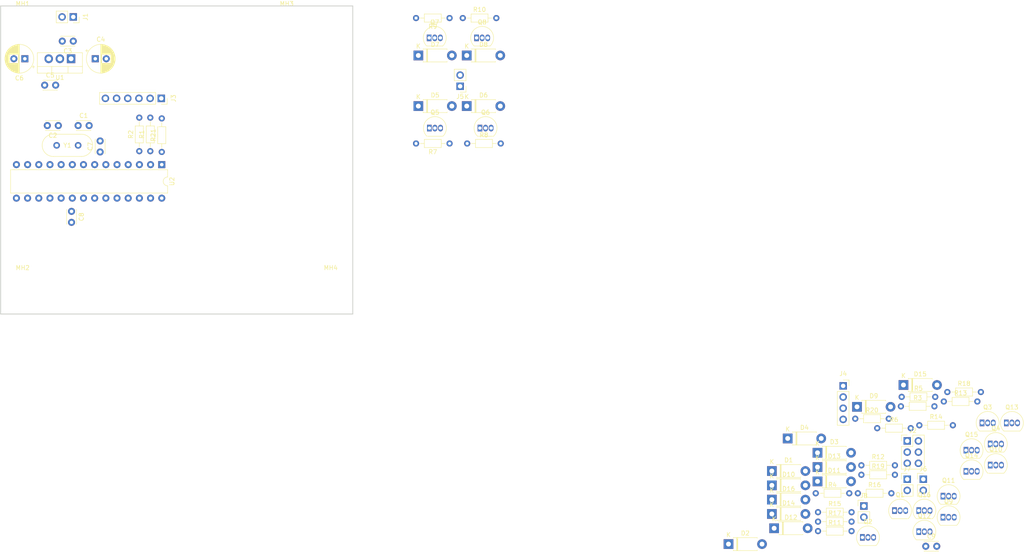
<source format=kicad_pcb>
(kicad_pcb (version 20171130) (host pcbnew "(5.0.0)")
  (layers (0 F.Cu signal) (31 B.Cu signal) (34 B.Paste user) (35 F.Paste user) (36 B.SilkS user) (37 F.SilkS user) (38 B.Mask user) (39 F.Mask user) (44 Edge.Cuts user))
  (net 0 "")
  (net 1 /XTAL1)
  (net 2 GND)
  (net 3 /XTAL2)
  (net 4 "Net-(C3-Pad1)")
  (net 5 +5V)
  (net 6 /MOTOR_H3)
  (net 7 /MOTOR_L3)
  (net 8 /MOTOR_H1)
  (net 9 /MOTOR_L1)
  (net 10 /MOTOR_H2)
  (net 11 /MOTOR_L2)
  (net 12 /MISO)
  (net 13 /SCK)
  (net 14 /~RST)
  (net 15 /MOSI)
  (net 16 "Net-(J3-Pad1)")
  (net 17 "Net-(J3-Pad2)")
  (net 18 "Net-(J3-Pad3)")
  (net 19 "Net-(J3-Pad4)")
  (net 20 "Net-(J3-Pad5)")
  (net 21 "Net-(J4-Pad2)")
  (net 22 "Net-(J4-Pad3)")
  (net 23 /MOTOR_H4)
  (net 24 /MOTOR_L4)
  (net 25 "Net-(Q1-Pad2)")
  (net 26 "Net-(Q2-Pad2)")
  (net 27 "Net-(Q3-Pad2)")
  (net 28 "Net-(Q4-Pad2)")
  (net 29 "Net-(Q5-Pad2)")
  (net 30 "Net-(Q6-Pad2)")
  (net 31 "Net-(Q7-Pad2)")
  (net 32 "Net-(Q8-Pad2)")
  (net 33 "Net-(Q9-Pad2)")
  (net 34 "Net-(Q10-Pad2)")
  (net 35 "Net-(Q11-Pad2)")
  (net 36 "Net-(Q12-Pad2)")
  (net 37 "Net-(Q13-Pad2)")
  (net 38 "Net-(Q14-Pad2)")
  (net 39 "Net-(Q15-Pad2)")
  (net 40 "Net-(Q16-Pad2)")
  (net 41 /RX)
  (net 42 /TX)
  (net 43 /BRIDGE_H3)
  (net 44 /BRIDGE_L3)
  (net 45 /BRIDGE_H1)
  (net 46 /BRIDGE_L1)
  (net 47 /TRIG)
  (net 48 /RET)
  (net 49 /BRIDGE_H4)
  (net 50 /BRIDGE_L4)
  (net 51 /BRIDGE_H2)
  (net 52 /BRIDGE_L2)
  (net 53 "Net-(U2-Pad15)")
  (net 54 "Net-(U2-Pad16)")
  (net 55 "Net-(U2-Pad21)")
  (net 56 "Net-(U2-Pad27)")
  (net 57 "Net-(U2-Pad14)")
  (net 58 "Net-(U2-Pad28)")
  (module Capacitor_THT:C_Disc_D3.0mm_W2.0mm_P2.50mm (layer F.Cu) (at 37.603243 47.175784)
    (fp_text reference C1 (at 1.25 -2.25) (layer F.SilkS))
    (fp_text value 22nF)
    (pad 1 thru_hole circle (at 0 0) (size 1.6 1.6) (drill 0.8) (layers *.Cu *.Mask) (net 1 /XTAL1))
    (pad 2 thru_hole circle (at 2.5 0) (size 1.6 1.6) (drill 0.8) (layers *.Cu *.Mask) (net 2 GND))
  )
  (module Capacitor_THT:C_Disc_D3.0mm_W2.0mm_P2.50mm (layer F.Cu) (at 33.103243 47.175784 180)
    (fp_text reference C2 (at 1.25 -2.25 180) (layer F.SilkS))
    (fp_text value 22nF)
    (pad 1 thru_hole circle (at 0 0 180) (size 1.6 1.6) (drill 0.8) (layers *.Cu *.Mask) (net 3 /XTAL2))
    (pad 2 thru_hole circle (at 2.5 0 180) (size 1.6 1.6) (drill 0.8) (layers *.Cu *.Mask) (net 2 GND))
  )
  (module Capacitor_THT:C_Disc_D3.0mm_W2.0mm_P2.50mm (layer F.Cu) (at 36.5 28 180)
    (fp_text reference C3 (at 1.25 -2.25 180) (layer F.SilkS))
    (fp_text value 100nF)
    (pad 2 thru_hole circle (at 2.5 0 180) (size 1.6 1.6) (drill 0.8) (layers *.Cu *.Mask) (net 2 GND))
    (pad 1 thru_hole circle (at 0 0 180) (size 1.6 1.6) (drill 0.8) (layers *.Cu *.Mask) (net 4 "Net-(C3-Pad1)"))
  )
  (module Capacitor_THT:C_Disc_D3.0mm_W2.0mm_P2.50mm (layer F.Cu) (at 30 38)
    (fp_text reference C5 (at 1.25 -2.25) (layer F.SilkS))
    (fp_text value 100nF)
    (pad 1 thru_hole circle (at 0 0) (size 1.6 1.6) (drill 0.8) (layers *.Cu *.Mask) (net 5 +5V))
    (pad 2 thru_hole circle (at 2.5 0) (size 1.6 1.6) (drill 0.8) (layers *.Cu *.Mask) (net 2 GND))
  )
  (module Capacitor_THT:C_Disc_D3.0mm_W2.0mm_P2.50mm (layer F.Cu) (at 42.603243 53.175784 90)
    (fp_text reference C7 (at 1.25 -2.25 90) (layer F.SilkS))
    (fp_text value 100nF)
    (pad 1 thru_hole circle (at 0 0 90) (size 1.6 1.6) (drill 0.8) (layers *.Cu *.Mask) (net 5 +5V))
    (pad 2 thru_hole circle (at 2.5 0 90) (size 1.6 1.6) (drill 0.8) (layers *.Cu *.Mask) (net 2 GND))
  )
  (module Capacitor_THT:C_Disc_D3.0mm_W2.0mm_P2.50mm (layer F.Cu) (at 36.103243 66.675784 270)
    (fp_text reference C8 (at 1.25 -2.25 270) (layer F.SilkS))
    (fp_text value 100nF)
    (pad 2 thru_hole circle (at 2.5 0 270) (size 1.6 1.6) (drill 0.8) (layers *.Cu *.Mask) (net 2 GND))
    (pad 1 thru_hole circle (at 0 0 270) (size 1.6 1.6) (drill 0.8) (layers *.Cu *.Mask) (net 5 +5V))
  )
  (module Capacitor_THT:C_Disc_D3.0mm_W2.0mm_P2.50mm (layer F.Cu) (at 230.195001 142.765001)
    (fp_text reference C9 (at 1.25 -2.25) (layer F.SilkS))
    (fp_text value 100nF)
    (pad 2 thru_hole circle (at 2.5 0) (size 1.6 1.6) (drill 0.8) (layers *.Cu *.Mask) (net 2 GND))
    (pad 1 thru_hole circle (at 0 0) (size 1.6 1.6) (drill 0.8) (layers *.Cu *.Mask) (net 5 +5V))
  )
  (module Diode_THT:D_DO-41_SOD81_P7.62mm_Horizontal (layer F.Cu) (at 195.225001 125.675001)
    (fp_text reference D1 (at 3.81 -2.47) (layer F.SilkS))
    (fp_text value D)
    (fp_text user K (at 0 -2.1) (layer F.SilkS))
    (pad 2 thru_hole oval (at 7.62 0) (size 2.2 2.2) (drill 1.1) (layers *.Cu *.Mask) (net 6 /MOTOR_H3))
    (pad 1 thru_hole rect (at 0 0) (size 2.2 2.2) (drill 1.1) (layers *.Cu *.Mask) (net 5 +5V))
  )
  (module Diode_THT:D_DO-41_SOD81_P7.62mm_Horizontal (layer F.Cu) (at 185.375001 142.275001)
    (fp_text reference D2 (at 3.81 -2.47) (layer F.SilkS))
    (fp_text value D)
    (fp_text user K (at 0 -2.1) (layer F.SilkS))
    (pad 2 thru_hole oval (at 7.62 0) (size 2.2 2.2) (drill 1.1) (layers *.Cu *.Mask) (net 2 GND))
    (pad 1 thru_hole rect (at 0 0) (size 2.2 2.2) (drill 1.1) (layers *.Cu *.Mask) (net 6 /MOTOR_H3))
  )
  (module Diode_THT:D_DO-41_SOD81_P7.62mm_Horizontal (layer F.Cu) (at 205.595001 121.525001)
    (fp_text reference D3 (at 3.81 -2.47) (layer F.SilkS))
    (fp_text value D)
    (fp_text user K (at 0 -2.1) (layer F.SilkS))
    (pad 2 thru_hole oval (at 7.62 0) (size 2.2 2.2) (drill 1.1) (layers *.Cu *.Mask) (net 7 /MOTOR_L3))
    (pad 1 thru_hole rect (at 0 0) (size 2.2 2.2) (drill 1.1) (layers *.Cu *.Mask) (net 5 +5V))
  )
  (module Diode_THT:D_DO-41_SOD81_P7.62mm_Horizontal (layer F.Cu) (at 198.825001 118.275001)
    (fp_text reference D4 (at 3.81 -2.47) (layer F.SilkS))
    (fp_text value D)
    (fp_text user K (at 0 -2.1) (layer F.SilkS))
    (pad 1 thru_hole rect (at 0 0) (size 2.2 2.2) (drill 1.1) (layers *.Cu *.Mask) (net 7 /MOTOR_L3))
    (pad 2 thru_hole oval (at 7.62 0) (size 2.2 2.2) (drill 1.1) (layers *.Cu *.Mask) (net 2 GND))
  )
  (module Diode_THT:D_DO-41_SOD81_P7.62mm_Horizontal (layer F.Cu) (at 114.899225 42.753914)
    (fp_text reference D5 (at 3.81 -2.47) (layer F.SilkS))
    (fp_text value D)
    (fp_text user K (at 0 -2.1) (layer F.SilkS))
    (pad 2 thru_hole oval (at 7.62 0) (size 2.2 2.2) (drill 1.1) (layers *.Cu *.Mask) (net 8 /MOTOR_H1))
    (pad 1 thru_hole rect (at 0 0) (size 2.2 2.2) (drill 1.1) (layers *.Cu *.Mask) (net 5 +5V))
  )
  (module Diode_THT:D_DO-41_SOD81_P7.62mm_Horizontal (layer F.Cu) (at 125.899225 42.753914)
    (fp_text reference D6 (at 3.81 -2.47) (layer F.SilkS))
    (fp_text value D)
    (fp_text user K (at 0 -2.1) (layer F.SilkS))
    (pad 1 thru_hole rect (at 0 0) (size 2.2 2.2) (drill 1.1) (layers *.Cu *.Mask) (net 8 /MOTOR_H1))
    (pad 2 thru_hole oval (at 7.62 0) (size 2.2 2.2) (drill 1.1) (layers *.Cu *.Mask) (net 2 GND))
  )
  (module Diode_THT:D_DO-41_SOD81_P7.62mm_Horizontal (layer F.Cu) (at 114.899225 31.253914)
    (fp_text reference D7 (at 3.81 -2.47) (layer F.SilkS))
    (fp_text value D)
    (fp_text user K (at 0 -2.1) (layer F.SilkS))
    (pad 1 thru_hole rect (at 0 0) (size 2.2 2.2) (drill 1.1) (layers *.Cu *.Mask) (net 5 +5V))
    (pad 2 thru_hole oval (at 7.62 0) (size 2.2 2.2) (drill 1.1) (layers *.Cu *.Mask) (net 9 /MOTOR_L1))
  )
  (module Diode_THT:D_DO-41_SOD81_P7.62mm_Horizontal (layer F.Cu) (at 125.899225 31.253914)
    (fp_text reference D8 (at 3.81 -2.47) (layer F.SilkS))
    (fp_text value D)
    (fp_text user K (at 0 -2.1) (layer F.SilkS))
    (pad 2 thru_hole oval (at 7.62 0) (size 2.2 2.2) (drill 1.1) (layers *.Cu *.Mask) (net 2 GND))
    (pad 1 thru_hole rect (at 0 0) (size 2.2 2.2) (drill 1.1) (layers *.Cu *.Mask) (net 9 /MOTOR_L1))
  )
  (module Diode_THT:D_DO-41_SOD81_P7.62mm_Horizontal (layer F.Cu) (at 214.575001 111.085001)
    (fp_text reference D9 (at 3.81 -2.47) (layer F.SilkS))
    (fp_text value D)
    (fp_text user K (at 0 -2.1) (layer F.SilkS))
    (pad 1 thru_hole rect (at 0 0) (size 2.2 2.2) (drill 1.1) (layers *.Cu *.Mask) (net 5 +5V))
    (pad 2 thru_hole oval (at 7.62 0) (size 2.2 2.2) (drill 1.1) (layers *.Cu *.Mask) (net 10 /MOTOR_H2))
  )
  (module Diode_THT:D_DO-41_SOD81_P7.62mm_Horizontal (layer F.Cu) (at 195.225001 128.925001)
    (fp_text reference D10 (at 3.81 -2.47) (layer F.SilkS))
    (fp_text value D)
    (fp_text user K (at 0 -2.1) (layer F.SilkS))
    (pad 1 thru_hole rect (at 0 0) (size 2.2 2.2) (drill 1.1) (layers *.Cu *.Mask) (net 10 /MOTOR_H2))
    (pad 2 thru_hole oval (at 7.62 0) (size 2.2 2.2) (drill 1.1) (layers *.Cu *.Mask) (net 2 GND))
  )
  (module Diode_THT:D_DO-41_SOD81_P7.62mm_Horizontal (layer F.Cu) (at 205.595001 128.025001)
    (fp_text reference D11 (at 3.81 -2.47) (layer F.SilkS))
    (fp_text value D)
    (fp_text user K (at 0 -2.1) (layer F.SilkS))
    (pad 2 thru_hole oval (at 7.62 0) (size 2.2 2.2) (drill 1.1) (layers *.Cu *.Mask) (net 11 /MOTOR_L2))
    (pad 1 thru_hole rect (at 0 0) (size 2.2 2.2) (drill 1.1) (layers *.Cu *.Mask) (net 5 +5V))
  )
  (module Diode_THT:D_DO-41_SOD81_P7.62mm_Horizontal (layer F.Cu) (at 195.745001 138.675001)
    (fp_text reference D12 (at 3.81 -2.47) (layer F.SilkS))
    (fp_text value D)
    (fp_text user K (at 0 -2.1) (layer F.SilkS))
    (pad 2 thru_hole oval (at 7.62 0) (size 2.2 2.2) (drill 1.1) (layers *.Cu *.Mask) (net 2 GND))
    (pad 1 thru_hole rect (at 0 0) (size 2.2 2.2) (drill 1.1) (layers *.Cu *.Mask) (net 11 /MOTOR_L2))
  )
  (module Diode_THT:D_DO-41_SOD81_P7.62mm_Horizontal (layer F.Cu) (at 205.595001 124.775001)
    (fp_text reference D13 (at 3.81 -2.47) (layer F.SilkS))
    (fp_text value D)
    (fp_text user K (at 0 -2.1) (layer F.SilkS))
    (pad 1 thru_hole rect (at 0 0) (size 2.2 2.2) (drill 1.1) (layers *.Cu *.Mask) (net 5 +5V))
    (pad 2 thru_hole oval (at 7.62 0) (size 2.2 2.2) (drill 1.1) (layers *.Cu *.Mask) (net 10 /MOTOR_H2))
  )
  (module Diode_THT:D_DO-41_SOD81_P7.62mm_Horizontal (layer F.Cu) (at 195.225001 135.425001)
    (fp_text reference D14 (at 3.81 -2.47) (layer F.SilkS))
    (fp_text value D)
    (fp_text user K (at 0 -2.1) (layer F.SilkS))
    (pad 1 thru_hole rect (at 0 0) (size 2.2 2.2) (drill 1.1) (layers *.Cu *.Mask) (net 10 /MOTOR_H2))
    (pad 2 thru_hole oval (at 7.62 0) (size 2.2 2.2) (drill 1.1) (layers *.Cu *.Mask) (net 2 GND))
  )
  (module Diode_THT:D_DO-41_SOD81_P7.62mm_Horizontal (layer F.Cu) (at 225.125001 106.125001)
    (fp_text reference D15 (at 3.81 -2.47) (layer F.SilkS))
    (fp_text value D)
    (fp_text user K (at 0 -2.1) (layer F.SilkS))
    (pad 1 thru_hole rect (at 0 0) (size 2.2 2.2) (drill 1.1) (layers *.Cu *.Mask) (net 5 +5V))
    (pad 2 thru_hole oval (at 7.62 0) (size 2.2 2.2) (drill 1.1) (layers *.Cu *.Mask) (net 11 /MOTOR_L2))
  )
  (module Diode_THT:D_DO-41_SOD81_P7.62mm_Horizontal (layer F.Cu) (at 195.225001 132.175001)
    (fp_text reference D16 (at 3.81 -2.47) (layer F.SilkS))
    (fp_text value D)
    (fp_text user K (at 0 -2.1) (layer F.SilkS))
    (pad 2 thru_hole oval (at 7.62 0) (size 2.2 2.2) (drill 1.1) (layers *.Cu *.Mask) (net 2 GND))
    (pad 1 thru_hole rect (at 0 0) (size 2.2 2.2) (drill 1.1) (layers *.Cu *.Mask) (net 11 /MOTOR_L2))
  )
  (module Connector_PinHeader_2.54mm:PinHeader_2x03_P2.54mm_Vertical (layer F.Cu) (at 225.985001 118.835001)
    (fp_text reference J2 (at 1.27 -2.33) (layer F.SilkS))
    (fp_text value ICSP)
    (pad 1 thru_hole rect (at 0 0) (size 1.7 1.7) (drill 1) (layers *.Cu *.Mask) (net 12 /MISO))
    (pad 2 thru_hole oval (at 2.54 0) (size 1.7 1.7) (drill 1) (layers *.Cu *.Mask) (net 13 /SCK))
    (pad 3 thru_hole oval (at 0 2.54) (size 1.7 1.7) (drill 1) (layers *.Cu *.Mask) (net 14 /~RST))
    (pad 4 thru_hole oval (at 2.54 2.54) (size 1.7 1.7) (drill 1) (layers *.Cu *.Mask) (net 2 GND))
    (pad 5 thru_hole oval (at 0 5.08) (size 1.7 1.7) (drill 1) (layers *.Cu *.Mask) (net 15 /MOSI))
    (pad 6 thru_hole oval (at 2.54 5.08) (size 1.7 1.7) (drill 1) (layers *.Cu *.Mask) (net 5 +5V))
  )
  (module Connector_PinSocket_2.54mm:PinSocket_1x06_P2.54mm_Vertical (layer F.Cu) (at 56.5 41 270)
    (fp_text reference J3 (at 0 -2.77 270) (layer F.SilkS))
    (fp_text value Serial)
    (pad 1 thru_hole rect (at 0 0 270) (size 1.7 1.7) (drill 1) (layers *.Cu *.Mask) (net 16 "Net-(J3-Pad1)"))
    (pad 2 thru_hole oval (at 0 2.54 270) (size 1.7 1.7) (drill 1) (layers *.Cu *.Mask) (net 17 "Net-(J3-Pad2)"))
    (pad 3 thru_hole oval (at 0 5.08 270) (size 1.7 1.7) (drill 1) (layers *.Cu *.Mask) (net 18 "Net-(J3-Pad3)"))
    (pad 4 thru_hole oval (at 0 7.62 270) (size 1.7 1.7) (drill 1) (layers *.Cu *.Mask) (net 19 "Net-(J3-Pad4)"))
    (pad 5 thru_hole oval (at 0 10.16 270) (size 1.7 1.7) (drill 1) (layers *.Cu *.Mask) (net 20 "Net-(J3-Pad5)"))
    (pad 6 thru_hole oval (at 0 12.7 270) (size 1.7 1.7) (drill 1) (layers *.Cu *.Mask) (net 2 GND))
  )
  (module Connector_PinSocket_2.54mm:PinSocket_1x04_P2.54mm_Vertical (layer F.Cu) (at 211.425001 106.325001)
    (fp_text reference J4 (at 0 -2.77) (layer F.SilkS))
    (fp_text value HC-04)
    (pad 1 thru_hole rect (at 0 0) (size 1.7 1.7) (drill 1) (layers *.Cu *.Mask) (net 5 +5V))
    (pad 2 thru_hole oval (at 0 2.54) (size 1.7 1.7) (drill 1) (layers *.Cu *.Mask) (net 21 "Net-(J4-Pad2)"))
    (pad 3 thru_hole oval (at 0 5.08) (size 1.7 1.7) (drill 1) (layers *.Cu *.Mask) (net 22 "Net-(J4-Pad3)"))
    (pad 4 thru_hole oval (at 0 7.62) (size 1.7 1.7) (drill 1) (layers *.Cu *.Mask) (net 2 GND))
  )
  (module Connector_PinHeader_2.54mm:PinHeader_1x02_P2.54mm_Vertical (layer F.Cu) (at 124.399225 38.253914 180)
    (fp_text reference J5 (at 0 -2.33 180) (layer F.SilkS))
    (fp_text value "MOTOR 1")
    (pad 1 thru_hole rect (at 0 0 180) (size 1.7 1.7) (drill 1) (layers *.Cu *.Mask) (net 8 /MOTOR_H1))
    (pad 2 thru_hole oval (at 0 2.54 180) (size 1.7 1.7) (drill 1) (layers *.Cu *.Mask) (net 9 /MOTOR_L1))
  )
  (module Connector_PinHeader_2.54mm:PinHeader_1x02_P2.54mm_Vertical (layer F.Cu) (at 229.635001 127.535001)
    (fp_text reference J6 (at 0 -2.33) (layer F.SilkS))
    (fp_text value "MOTOR 4")
    (pad 2 thru_hole oval (at 0 2.54) (size 1.7 1.7) (drill 1) (layers *.Cu *.Mask) (net 7 /MOTOR_L3))
    (pad 1 thru_hole rect (at 0 0) (size 1.7 1.7) (drill 1) (layers *.Cu *.Mask) (net 6 /MOTOR_H3))
  )
  (module Connector_PinHeader_2.54mm:PinHeader_1x02_P2.54mm_Vertical (layer F.Cu) (at 225.985001 127.535001)
    (fp_text reference J7 (at 0 -2.33) (layer F.SilkS))
    (fp_text value "MOTOR 3")
    (pad 1 thru_hole rect (at 0 0) (size 1.7 1.7) (drill 1) (layers *.Cu *.Mask) (net 23 /MOTOR_H4))
    (pad 2 thru_hole oval (at 0 2.54) (size 1.7 1.7) (drill 1) (layers *.Cu *.Mask) (net 24 /MOTOR_L4))
  )
  (module Connector_PinHeader_2.54mm:PinHeader_1x02_P2.54mm_Vertical (layer F.Cu) (at 216.135001 133.625001)
    (fp_text reference J8 (at 0 -2.33) (layer F.SilkS))
    (fp_text value "MOTOR 2")
    (pad 1 thru_hole rect (at 0 0) (size 1.7 1.7) (drill 1) (layers *.Cu *.Mask) (net 8 /MOTOR_H1))
    (pad 2 thru_hole oval (at 0 2.54) (size 1.7 1.7) (drill 1) (layers *.Cu *.Mask) (net 9 /MOTOR_L1))
  )
  (module Package_TO_SOT_THT:TO-92_Inline (layer F.Cu) (at 223.095001 134.665001)
    (fp_text reference Q1 (at 1.27 -3.56) (layer F.SilkS))
    (fp_text value BC337)
    (pad 2 thru_hole oval (at 1.27 0) (size 1.05 1.5) (drill 0.75) (layers *.Cu *.Mask) (net 25 "Net-(Q1-Pad2)"))
    (pad 3 thru_hole oval (at 2.54 0) (size 1.05 1.5) (drill 0.75) (layers *.Cu *.Mask) (net 6 /MOTOR_H3))
    (pad 1 thru_hole rect (at 0 0) (size 1.05 1.5) (drill 0.75) (layers *.Cu *.Mask) (net 5 +5V))
  )
  (module Package_TO_SOT_THT:TO-92_Inline (layer F.Cu) (at 215.795001 140.755001)
    (fp_text reference Q2 (at 1.27 -3.56) (layer F.SilkS))
    (fp_text value BC337)
    (pad 1 thru_hole rect (at 0 0) (size 1.05 1.5) (drill 0.75) (layers *.Cu *.Mask) (net 6 /MOTOR_H3))
    (pad 3 thru_hole oval (at 2.54 0) (size 1.05 1.5) (drill 0.75) (layers *.Cu *.Mask) (net 2 GND))
    (pad 2 thru_hole oval (at 1.27 0) (size 1.05 1.5) (drill 0.75) (layers *.Cu *.Mask) (net 26 "Net-(Q2-Pad2)"))
  )
  (module Package_TO_SOT_THT:TO-92_Inline (layer F.Cu) (at 242.985001 114.745001)
    (fp_text reference Q3 (at 1.27 -3.56) (layer F.SilkS))
    (fp_text value BC337)
    (pad 2 thru_hole oval (at 1.27 0) (size 1.05 1.5) (drill 0.75) (layers *.Cu *.Mask) (net 27 "Net-(Q3-Pad2)"))
    (pad 3 thru_hole oval (at 2.54 0) (size 1.05 1.5) (drill 0.75) (layers *.Cu *.Mask) (net 7 /MOTOR_L3))
    (pad 1 thru_hole rect (at 0 0) (size 1.05 1.5) (drill 0.75) (layers *.Cu *.Mask) (net 5 +5V))
  )
  (module Package_TO_SOT_THT:TO-92_Inline (layer F.Cu) (at 244.845001 119.535001)
    (fp_text reference Q4 (at 1.27 -3.56) (layer F.SilkS))
    (fp_text value BC337)
    (pad 1 thru_hole rect (at 0 0) (size 1.05 1.5) (drill 0.75) (layers *.Cu *.Mask) (net 7 /MOTOR_L3))
    (pad 3 thru_hole oval (at 2.54 0) (size 1.05 1.5) (drill 0.75) (layers *.Cu *.Mask) (net 2 GND))
    (pad 2 thru_hole oval (at 1.27 0) (size 1.05 1.5) (drill 0.75) (layers *.Cu *.Mask) (net 28 "Net-(Q4-Pad2)"))
  )
  (module Package_TO_SOT_THT:TO-92_Inline (layer F.Cu) (at 117.399225 47.753914)
    (fp_text reference Q5 (at 1.27 -3.56) (layer F.SilkS))
    (fp_text value BC337)
    (pad 1 thru_hole rect (at 0 0) (size 1.05 1.5) (drill 0.75) (layers *.Cu *.Mask) (net 5 +5V))
    (pad 3 thru_hole oval (at 2.54 0) (size 1.05 1.5) (drill 0.75) (layers *.Cu *.Mask) (net 8 /MOTOR_H1))
    (pad 2 thru_hole oval (at 1.27 0) (size 1.05 1.5) (drill 0.75) (layers *.Cu *.Mask) (net 29 "Net-(Q5-Pad2)"))
  )
  (module Package_TO_SOT_THT:TO-92_Inline (layer F.Cu) (at 128.899225 47.753914)
    (fp_text reference Q6 (at 1.27 -3.56) (layer F.SilkS))
    (fp_text value BC337)
    (pad 2 thru_hole oval (at 1.27 0) (size 1.05 1.5) (drill 0.75) (layers *.Cu *.Mask) (net 30 "Net-(Q6-Pad2)"))
    (pad 3 thru_hole oval (at 2.54 0) (size 1.05 1.5) (drill 0.75) (layers *.Cu *.Mask) (net 2 GND))
    (pad 1 thru_hole rect (at 0 0) (size 1.05 1.5) (drill 0.75) (layers *.Cu *.Mask) (net 8 /MOTOR_H1))
  )
  (module Package_TO_SOT_THT:TO-92_Inline (layer F.Cu) (at 117.359225 27.253914)
    (fp_text reference Q7 (at 1.27 -3.56) (layer F.SilkS))
    (fp_text value BC337)
    (pad 2 thru_hole oval (at 1.27 0) (size 1.05 1.5) (drill 0.75) (layers *.Cu *.Mask) (net 31 "Net-(Q7-Pad2)"))
    (pad 3 thru_hole oval (at 2.54 0) (size 1.05 1.5) (drill 0.75) (layers *.Cu *.Mask) (net 9 /MOTOR_L1))
    (pad 1 thru_hole rect (at 0 0) (size 1.05 1.5) (drill 0.75) (layers *.Cu *.Mask) (net 5 +5V))
  )
  (module Package_TO_SOT_THT:TO-92_Inline (layer F.Cu) (at 128.129225 27.253914)
    (fp_text reference Q8 (at 1.27 -3.56) (layer F.SilkS))
    (fp_text value BC337)
    (pad 2 thru_hole oval (at 1.27 0) (size 1.05 1.5) (drill 0.75) (layers *.Cu *.Mask) (net 32 "Net-(Q8-Pad2)"))
    (pad 3 thru_hole oval (at 2.54 0) (size 1.05 1.5) (drill 0.75) (layers *.Cu *.Mask) (net 2 GND))
    (pad 1 thru_hole rect (at 0 0) (size 1.05 1.5) (drill 0.75) (layers *.Cu *.Mask) (net 9 /MOTOR_L1))
  )
  (module Package_TO_SOT_THT:TO-92_Inline (layer F.Cu) (at 234.115001 136.175001)
    (fp_text reference Q9 (at 1.27 -3.56) (layer F.SilkS))
    (fp_text value BC337)
    (pad 2 thru_hole oval (at 1.27 0) (size 1.05 1.5) (drill 0.75) (layers *.Cu *.Mask) (net 33 "Net-(Q9-Pad2)"))
    (pad 3 thru_hole oval (at 2.54 0) (size 1.05 1.5) (drill 0.75) (layers *.Cu *.Mask) (net 10 /MOTOR_H2))
    (pad 1 thru_hole rect (at 0 0) (size 1.05 1.5) (drill 0.75) (layers *.Cu *.Mask) (net 5 +5V))
  )
  (module Package_TO_SOT_THT:TO-92_Inline (layer F.Cu) (at 244.845001 124.325001)
    (fp_text reference Q10 (at 1.27 -3.56) (layer F.SilkS))
    (fp_text value BC337)
    (pad 1 thru_hole rect (at 0 0) (size 1.05 1.5) (drill 0.75) (layers *.Cu *.Mask) (net 10 /MOTOR_H2))
    (pad 3 thru_hole oval (at 2.54 0) (size 1.05 1.5) (drill 0.75) (layers *.Cu *.Mask) (net 2 GND))
    (pad 2 thru_hole oval (at 1.27 0) (size 1.05 1.5) (drill 0.75) (layers *.Cu *.Mask) (net 34 "Net-(Q10-Pad2)"))
  )
  (module Package_TO_SOT_THT:TO-92_Inline (layer F.Cu) (at 234.115001 131.385001)
    (fp_text reference Q11 (at 1.27 -3.56) (layer F.SilkS))
    (fp_text value BC337)
    (pad 2 thru_hole oval (at 1.27 0) (size 1.05 1.5) (drill 0.75) (layers *.Cu *.Mask) (net 35 "Net-(Q11-Pad2)"))
    (pad 3 thru_hole oval (at 2.54 0) (size 1.05 1.5) (drill 0.75) (layers *.Cu *.Mask) (net 11 /MOTOR_L2))
    (pad 1 thru_hole rect (at 0 0) (size 1.05 1.5) (drill 0.75) (layers *.Cu *.Mask) (net 5 +5V))
  )
  (module Package_TO_SOT_THT:TO-92_Inline (layer F.Cu) (at 228.605001 139.455001)
    (fp_text reference Q12 (at 1.27 -3.56) (layer F.SilkS))
    (fp_text value BC337)
    (pad 1 thru_hole rect (at 0 0) (size 1.05 1.5) (drill 0.75) (layers *.Cu *.Mask) (net 11 /MOTOR_L2))
    (pad 3 thru_hole oval (at 2.54 0) (size 1.05 1.5) (drill 0.75) (layers *.Cu *.Mask) (net 2 GND))
    (pad 2 thru_hole oval (at 1.27 0) (size 1.05 1.5) (drill 0.75) (layers *.Cu *.Mask) (net 36 "Net-(Q12-Pad2)"))
  )
  (module Package_TO_SOT_THT:TO-92_Inline (layer F.Cu) (at 248.495001 114.745001)
    (fp_text reference Q13 (at 1.27 -3.56) (layer F.SilkS))
    (fp_text value BC337)
    (pad 1 thru_hole rect (at 0 0) (size 1.05 1.5) (drill 0.75) (layers *.Cu *.Mask) (net 5 +5V))
    (pad 3 thru_hole oval (at 2.54 0) (size 1.05 1.5) (drill 0.75) (layers *.Cu *.Mask) (net 10 /MOTOR_H2))
    (pad 2 thru_hole oval (at 1.27 0) (size 1.05 1.5) (drill 0.75) (layers *.Cu *.Mask) (net 37 "Net-(Q13-Pad2)"))
  )
  (module Package_TO_SOT_THT:TO-92_Inline (layer F.Cu) (at 239.335001 125.735001)
    (fp_text reference Q14 (at 1.27 -3.56) (layer F.SilkS))
    (fp_text value BC337)
    (pad 1 thru_hole rect (at 0 0) (size 1.05 1.5) (drill 0.75) (layers *.Cu *.Mask) (net 10 /MOTOR_H2))
    (pad 3 thru_hole oval (at 2.54 0) (size 1.05 1.5) (drill 0.75) (layers *.Cu *.Mask) (net 2 GND))
    (pad 2 thru_hole oval (at 1.27 0) (size 1.05 1.5) (drill 0.75) (layers *.Cu *.Mask) (net 38 "Net-(Q14-Pad2)"))
  )
  (module Package_TO_SOT_THT:TO-92_Inline (layer F.Cu) (at 239.335001 120.945001)
    (fp_text reference Q15 (at 1.27 -3.56) (layer F.SilkS))
    (fp_text value BC337)
    (pad 1 thru_hole rect (at 0 0) (size 1.05 1.5) (drill 0.75) (layers *.Cu *.Mask) (net 5 +5V))
    (pad 3 thru_hole oval (at 2.54 0) (size 1.05 1.5) (drill 0.75) (layers *.Cu *.Mask) (net 11 /MOTOR_L2))
    (pad 2 thru_hole oval (at 1.27 0) (size 1.05 1.5) (drill 0.75) (layers *.Cu *.Mask) (net 39 "Net-(Q15-Pad2)"))
  )
  (module Package_TO_SOT_THT:TO-92_Inline (layer F.Cu) (at 228.605001 134.665001)
    (fp_text reference Q16 (at 1.27 -3.56) (layer F.SilkS))
    (fp_text value BC337)
    (pad 2 thru_hole oval (at 1.27 0) (size 1.05 1.5) (drill 0.75) (layers *.Cu *.Mask) (net 40 "Net-(Q16-Pad2)"))
    (pad 3 thru_hole oval (at 2.54 0) (size 1.05 1.5) (drill 0.75) (layers *.Cu *.Mask) (net 2 GND))
    (pad 1 thru_hole rect (at 0 0) (size 1.05 1.5) (drill 0.75) (layers *.Cu *.Mask) (net 11 /MOTOR_L2))
  )
  (module Resistor_THT:R_Axial_DIN0204_L3.6mm_D1.6mm_P7.62mm_Horizontal (layer F.Cu) (at 54 53 90)
    (fp_text reference R1 (at 3.81 -1.92 90) (layer F.SilkS))
    (fp_text value 1k)
    (pad 1 thru_hole circle (at 0 0 90) (size 1.4 1.4) (drill 0.7) (layers *.Cu *.Mask) (net 41 /RX))
    (pad 2 thru_hole oval (at 7.62 0 90) (size 1.4 1.4) (drill 0.7) (layers *.Cu *.Mask) (net 17 "Net-(J3-Pad2)"))
  )
  (module Resistor_THT:R_Axial_DIN0204_L3.6mm_D1.6mm_P7.62mm_Horizontal (layer F.Cu) (at 51.5 53 90)
    (fp_text reference R2 (at 3.81 -1.92 90) (layer F.SilkS))
    (fp_text value 1k)
    (pad 2 thru_hole oval (at 7.62 0 90) (size 1.4 1.4) (drill 0.7) (layers *.Cu *.Mask) (net 18 "Net-(J3-Pad3)"))
    (pad 1 thru_hole circle (at 0 0 90) (size 1.4 1.4) (drill 0.7) (layers *.Cu *.Mask) (net 42 /TX))
  )
  (module Resistor_THT:R_Axial_DIN0204_L3.6mm_D1.6mm_P7.62mm_Horizontal (layer F.Cu) (at 224.545001 110.975001)
    (fp_text reference R3 (at 3.81 -1.92) (layer F.SilkS))
    (fp_text value 1k)
    (pad 1 thru_hole circle (at 0 0) (size 1.4 1.4) (drill 0.7) (layers *.Cu *.Mask) (net 25 "Net-(Q1-Pad2)"))
    (pad 2 thru_hole oval (at 7.62 0) (size 1.4 1.4) (drill 0.7) (layers *.Cu *.Mask) (net 43 /BRIDGE_H3))
  )
  (module Resistor_THT:R_Axial_DIN0204_L3.6mm_D1.6mm_P7.62mm_Horizontal (layer F.Cu) (at 205.195001 130.725001)
    (fp_text reference R4 (at 3.81 -1.92) (layer F.SilkS))
    (fp_text value 1k)
    (pad 2 thru_hole oval (at 7.62 0) (size 1.4 1.4) (drill 0.7) (layers *.Cu *.Mask) (net 44 /BRIDGE_L3))
    (pad 1 thru_hole circle (at 0 0) (size 1.4 1.4) (drill 0.7) (layers *.Cu *.Mask) (net 26 "Net-(Q2-Pad2)"))
  )
  (module Resistor_THT:R_Axial_DIN0204_L3.6mm_D1.6mm_P7.62mm_Horizontal (layer F.Cu) (at 224.725001 108.825001)
    (fp_text reference R5 (at 3.81 -1.92) (layer F.SilkS))
    (fp_text value 1k)
    (pad 1 thru_hole circle (at 0 0) (size 1.4 1.4) (drill 0.7) (layers *.Cu *.Mask) (net 27 "Net-(Q3-Pad2)"))
    (pad 2 thru_hole oval (at 7.62 0) (size 1.4 1.4) (drill 0.7) (layers *.Cu *.Mask) (net 44 /BRIDGE_L3))
  )
  (module Resistor_THT:R_Axial_DIN0204_L3.6mm_D1.6mm_P7.62mm_Horizontal (layer F.Cu) (at 219.165001 115.935001)
    (fp_text reference R6 (at 3.81 -1.92) (layer F.SilkS))
    (fp_text value 1k)
    (pad 1 thru_hole circle (at 0 0) (size 1.4 1.4) (drill 0.7) (layers *.Cu *.Mask) (net 28 "Net-(Q4-Pad2)"))
    (pad 2 thru_hole oval (at 7.62 0) (size 1.4 1.4) (drill 0.7) (layers *.Cu *.Mask) (net 43 /BRIDGE_H3))
  )
  (module Resistor_THT:R_Axial_DIN0204_L3.6mm_D1.6mm_P7.62mm_Horizontal (layer F.Cu) (at 122 51.253914 180)
    (fp_text reference R7 (at 3.81 -1.92 180) (layer F.SilkS))
    (fp_text value 1k)
    (pad 2 thru_hole oval (at 7.62 0 180) (size 1.4 1.4) (drill 0.7) (layers *.Cu *.Mask) (net 45 /BRIDGE_H1))
    (pad 1 thru_hole circle (at 0 0 180) (size 1.4 1.4) (drill 0.7) (layers *.Cu *.Mask) (net 29 "Net-(Q5-Pad2)"))
  )
  (module Resistor_THT:R_Axial_DIN0204_L3.6mm_D1.6mm_P7.62mm_Horizontal (layer F.Cu) (at 126 51.253914)
    (fp_text reference R8 (at 3.81 -1.92) (layer F.SilkS))
    (fp_text value 1k)
    (pad 1 thru_hole circle (at 0 0) (size 1.4 1.4) (drill 0.7) (layers *.Cu *.Mask) (net 30 "Net-(Q6-Pad2)"))
    (pad 2 thru_hole oval (at 7.62 0) (size 1.4 1.4) (drill 0.7) (layers *.Cu *.Mask) (net 46 /BRIDGE_L1))
  )
  (module Resistor_THT:R_Axial_DIN0204_L3.6mm_D1.6mm_P7.62mm_Horizontal (layer F.Cu) (at 122 22.753914 180)
    (fp_text reference R9 (at 3.81 -1.92 180) (layer F.SilkS))
    (fp_text value 1k)
    (pad 2 thru_hole oval (at 7.62 0 180) (size 1.4 1.4) (drill 0.7) (layers *.Cu *.Mask) (net 46 /BRIDGE_L1))
    (pad 1 thru_hole circle (at 0 0 180) (size 1.4 1.4) (drill 0.7) (layers *.Cu *.Mask) (net 31 "Net-(Q7-Pad2)"))
  )
  (module Resistor_THT:R_Axial_DIN0204_L3.6mm_D1.6mm_P7.62mm_Horizontal (layer F.Cu) (at 125 22.753914)
    (fp_text reference R10 (at 3.81 -1.92) (layer F.SilkS))
    (fp_text value 1k)
    (pad 1 thru_hole circle (at 0 0) (size 1.4 1.4) (drill 0.7) (layers *.Cu *.Mask) (net 32 "Net-(Q8-Pad2)"))
    (pad 2 thru_hole oval (at 7.62 0) (size 1.4 1.4) (drill 0.7) (layers *.Cu *.Mask) (net 45 /BRIDGE_H1))
  )
  (module Resistor_THT:R_Axial_DIN0204_L3.6mm_D1.6mm_P7.62mm_Horizontal (layer F.Cu) (at 205.715001 139.325001)
    (fp_text reference R11 (at 3.81 -1.92) (layer F.SilkS))
    (fp_text value 1k)
    (pad 1 thru_hole circle (at 0 0) (size 1.4 1.4) (drill 0.7) (layers *.Cu *.Mask) (net 21 "Net-(J4-Pad2)"))
    (pad 2 thru_hole oval (at 7.62 0) (size 1.4 1.4) (drill 0.7) (layers *.Cu *.Mask) (net 47 /TRIG))
  )
  (module Resistor_THT:R_Axial_DIN0204_L3.6mm_D1.6mm_P7.62mm_Horizontal (layer F.Cu) (at 215.565001 124.375001)
    (fp_text reference R12 (at 3.81 -1.92) (layer F.SilkS))
    (fp_text value 1k)
    (pad 2 thru_hole oval (at 7.62 0) (size 1.4 1.4) (drill 0.7) (layers *.Cu *.Mask) (net 48 /RET))
    (pad 1 thru_hole circle (at 0 0) (size 1.4 1.4) (drill 0.7) (layers *.Cu *.Mask) (net 22 "Net-(J4-Pad3)"))
  )
  (module Resistor_THT:R_Axial_DIN0204_L3.6mm_D1.6mm_P7.62mm_Horizontal (layer F.Cu) (at 234.295001 109.875001)
    (fp_text reference R13 (at 3.81 -1.92) (layer F.SilkS))
    (fp_text value 1k)
    (pad 1 thru_hole circle (at 0 0) (size 1.4 1.4) (drill 0.7) (layers *.Cu *.Mask) (net 33 "Net-(Q9-Pad2)"))
    (pad 2 thru_hole oval (at 7.62 0) (size 1.4 1.4) (drill 0.7) (layers *.Cu *.Mask) (net 49 /BRIDGE_H4))
  )
  (module Resistor_THT:R_Axial_DIN0204_L3.6mm_D1.6mm_P7.62mm_Horizontal (layer F.Cu) (at 228.735001 115.275001)
    (fp_text reference R14 (at 3.81 -1.92) (layer F.SilkS))
    (fp_text value 1k)
    (pad 2 thru_hole oval (at 7.62 0) (size 1.4 1.4) (drill 0.7) (layers *.Cu *.Mask) (net 50 /BRIDGE_L4))
    (pad 1 thru_hole circle (at 0 0) (size 1.4 1.4) (drill 0.7) (layers *.Cu *.Mask) (net 34 "Net-(Q10-Pad2)"))
  )
  (module Resistor_THT:R_Axial_DIN0204_L3.6mm_D1.6mm_P7.62mm_Horizontal (layer F.Cu) (at 205.715001 135.025001)
    (fp_text reference R15 (at 3.81 -1.92) (layer F.SilkS))
    (fp_text value 1k)
    (pad 1 thru_hole circle (at 0 0) (size 1.4 1.4) (drill 0.7) (layers *.Cu *.Mask) (net 35 "Net-(Q11-Pad2)"))
    (pad 2 thru_hole oval (at 7.62 0) (size 1.4 1.4) (drill 0.7) (layers *.Cu *.Mask) (net 50 /BRIDGE_L4))
  )
  (module Resistor_THT:R_Axial_DIN0204_L3.6mm_D1.6mm_P7.62mm_Horizontal (layer F.Cu) (at 214.765001 130.725001)
    (fp_text reference R16 (at 3.81 -1.92) (layer F.SilkS))
    (fp_text value 1k)
    (pad 2 thru_hole oval (at 7.62 0) (size 1.4 1.4) (drill 0.7) (layers *.Cu *.Mask) (net 49 /BRIDGE_H4))
    (pad 1 thru_hole circle (at 0 0) (size 1.4 1.4) (drill 0.7) (layers *.Cu *.Mask) (net 36 "Net-(Q12-Pad2)"))
  )
  (module Resistor_THT:R_Axial_DIN0204_L3.6mm_D1.6mm_P7.62mm_Horizontal (layer F.Cu) (at 205.715001 137.175001)
    (fp_text reference R17 (at 3.81 -1.92) (layer F.SilkS))
    (fp_text value 1k)
    (pad 2 thru_hole oval (at 7.62 0) (size 1.4 1.4) (drill 0.7) (layers *.Cu *.Mask) (net 51 /BRIDGE_H2))
    (pad 1 thru_hole circle (at 0 0) (size 1.4 1.4) (drill 0.7) (layers *.Cu *.Mask) (net 37 "Net-(Q13-Pad2)"))
  )
  (module Resistor_THT:R_Axial_DIN0204_L3.6mm_D1.6mm_P7.62mm_Horizontal (layer F.Cu) (at 235.095001 107.725001)
    (fp_text reference R18 (at 3.81 -1.92) (layer F.SilkS))
    (fp_text value 1k)
    (pad 1 thru_hole circle (at 0 0) (size 1.4 1.4) (drill 0.7) (layers *.Cu *.Mask) (net 38 "Net-(Q14-Pad2)"))
    (pad 2 thru_hole oval (at 7.62 0) (size 1.4 1.4) (drill 0.7) (layers *.Cu *.Mask) (net 52 /BRIDGE_L2))
  )
  (module Resistor_THT:R_Axial_DIN0204_L3.6mm_D1.6mm_P7.62mm_Horizontal (layer F.Cu) (at 215.565001 126.525001)
    (fp_text reference R19 (at 3.81 -1.92) (layer F.SilkS))
    (fp_text value 1k)
    (pad 2 thru_hole oval (at 7.62 0) (size 1.4 1.4) (drill 0.7) (layers *.Cu *.Mask) (net 52 /BRIDGE_L2))
    (pad 1 thru_hole circle (at 0 0) (size 1.4 1.4) (drill 0.7) (layers *.Cu *.Mask) (net 39 "Net-(Q15-Pad2)"))
  )
  (module Resistor_THT:R_Axial_DIN0204_L3.6mm_D1.6mm_P7.62mm_Horizontal (layer F.Cu) (at 214.175001 113.785001)
    (fp_text reference R20 (at 3.81 -1.92) (layer F.SilkS))
    (fp_text value 1k)
    (pad 2 thru_hole oval (at 7.62 0) (size 1.4 1.4) (drill 0.7) (layers *.Cu *.Mask) (net 51 /BRIDGE_H2))
    (pad 1 thru_hole circle (at 0 0) (size 1.4 1.4) (drill 0.7) (layers *.Cu *.Mask) (net 40 "Net-(Q16-Pad2)"))
  )
  (module Package_TO_SOT_THT:TO-220-3_Vertical (layer F.Cu) (at 36 32 180)
    (fp_text reference U1 (at 2.54 -4.27 180) (layer F.SilkS))
    (fp_text value L7805)
    (pad 1 thru_hole rect (at 0 0 180) (size 1.905 2) (drill 1.1) (layers *.Cu *.Mask) (net 4 "Net-(C3-Pad1)"))
    (pad 2 thru_hole oval (at 2.54 0 180) (size 1.905 2) (drill 1.1) (layers *.Cu *.Mask) (net 2 GND))
    (pad 3 thru_hole oval (at 5.08 0 180) (size 1.905 2) (drill 1.1) (layers *.Cu *.Mask) (net 5 +5V))
  )
  (module Package_DIP:DIP-28_W7.62mm (layer F.Cu) (at 56.603243 56.055784 270)
    (fp_text reference U2 (at 3.81 -2.33 270) (layer F.SilkS))
    (fp_text value ATmega328P-PU)
    (pad 1 thru_hole rect (at 0 0 270) (size 1.6 1.6) (drill 0.8) (layers *.Cu *.Mask) (net 14 /~RST))
    (pad 15 thru_hole oval (at 7.62 33.02 270) (size 1.6 1.6) (drill 0.8) (layers *.Cu *.Mask) (net 53 "Net-(U2-Pad15)"))
    (pad 2 thru_hole oval (at 0 2.54 270) (size 1.6 1.6) (drill 0.8) (layers *.Cu *.Mask) (net 41 /RX))
    (pad 16 thru_hole oval (at 7.62 30.48 270) (size 1.6 1.6) (drill 0.8) (layers *.Cu *.Mask) (net 54 "Net-(U2-Pad16)"))
    (pad 3 thru_hole oval (at 0 5.08 270) (size 1.6 1.6) (drill 0.8) (layers *.Cu *.Mask) (net 42 /TX))
    (pad 17 thru_hole oval (at 7.62 27.94 270) (size 1.6 1.6) (drill 0.8) (layers *.Cu *.Mask) (net 15 /MOSI))
    (pad 4 thru_hole oval (at 0 7.62 270) (size 1.6 1.6) (drill 0.8) (layers *.Cu *.Mask) (net 45 /BRIDGE_H1))
    (pad 18 thru_hole oval (at 7.62 25.4 270) (size 1.6 1.6) (drill 0.8) (layers *.Cu *.Mask) (net 12 /MISO))
    (pad 5 thru_hole oval (at 0 10.16 270) (size 1.6 1.6) (drill 0.8) (layers *.Cu *.Mask) (net 51 /BRIDGE_H2))
    (pad 19 thru_hole oval (at 7.62 22.86 270) (size 1.6 1.6) (drill 0.8) (layers *.Cu *.Mask) (net 13 /SCK))
    (pad 6 thru_hole oval (at 0 12.7 270) (size 1.6 1.6) (drill 0.8) (layers *.Cu *.Mask) (net 43 /BRIDGE_H3))
    (pad 20 thru_hole oval (at 7.62 20.32 270) (size 1.6 1.6) (drill 0.8) (layers *.Cu *.Mask) (net 5 +5V))
    (pad 7 thru_hole oval (at 0 15.24 270) (size 1.6 1.6) (drill 0.8) (layers *.Cu *.Mask) (net 5 +5V))
    (pad 21 thru_hole oval (at 7.62 17.78 270) (size 1.6 1.6) (drill 0.8) (layers *.Cu *.Mask) (net 55 "Net-(U2-Pad21)"))
    (pad 8 thru_hole oval (at 0 17.78 270) (size 1.6 1.6) (drill 0.8) (layers *.Cu *.Mask) (net 2 GND))
    (pad 22 thru_hole oval (at 7.62 15.24 270) (size 1.6 1.6) (drill 0.8) (layers *.Cu *.Mask) (net 2 GND))
    (pad 9 thru_hole oval (at 0 20.32 270) (size 1.6 1.6) (drill 0.8) (layers *.Cu *.Mask) (net 1 /XTAL1))
    (pad 23 thru_hole oval (at 7.62 12.7 270) (size 1.6 1.6) (drill 0.8) (layers *.Cu *.Mask) (net 46 /BRIDGE_L1))
    (pad 10 thru_hole oval (at 0 22.86 270) (size 1.6 1.6) (drill 0.8) (layers *.Cu *.Mask) (net 3 /XTAL2))
    (pad 24 thru_hole oval (at 7.62 10.16 270) (size 1.6 1.6) (drill 0.8) (layers *.Cu *.Mask) (net 52 /BRIDGE_L2))
    (pad 11 thru_hole oval (at 0 25.4 270) (size 1.6 1.6) (drill 0.8) (layers *.Cu *.Mask) (net 49 /BRIDGE_H4))
    (pad 25 thru_hole oval (at 7.62 7.62 270) (size 1.6 1.6) (drill 0.8) (layers *.Cu *.Mask) (net 44 /BRIDGE_L3))
    (pad 12 thru_hole oval (at 0 27.94 270) (size 1.6 1.6) (drill 0.8) (layers *.Cu *.Mask) (net 47 /TRIG))
    (pad 26 thru_hole oval (at 7.62 5.08 270) (size 1.6 1.6) (drill 0.8) (layers *.Cu *.Mask) (net 50 /BRIDGE_L4))
    (pad 13 thru_hole oval (at 0 30.48 270) (size 1.6 1.6) (drill 0.8) (layers *.Cu *.Mask) (net 48 /RET))
    (pad 27 thru_hole oval (at 7.62 2.54 270) (size 1.6 1.6) (drill 0.8) (layers *.Cu *.Mask) (net 56 "Net-(U2-Pad27)"))
    (pad 14 thru_hole oval (at 0 33.02 270) (size 1.6 1.6) (drill 0.8) (layers *.Cu *.Mask) (net 57 "Net-(U2-Pad14)"))
    (pad 28 thru_hole oval (at 7.62 0 270) (size 1.6 1.6) (drill 0.8) (layers *.Cu *.Mask) (net 58 "Net-(U2-Pad28)"))
  )
  (module Crystal:Crystal_HC49-4H_Vertical (layer F.Cu) (at 37.603243 51.675784 180)
    (fp_text reference Y1 (at 2.44 0 180) (layer F.SilkS))
    (fp_text value Crystal)
    (pad 1 thru_hole circle (at 0 0 180) (size 1.5 1.5) (drill 0.8) (layers *.Cu *.Mask) (net 1 /XTAL1))
    (pad 2 thru_hole circle (at 4.88 0 180) (size 1.5 1.5) (drill 0.8) (layers *.Cu *.Mask) (net 3 /XTAL2))
  )
  (module Connector_PinSocket_2.54mm:PinSocket_1x02_P2.54mm_Vertical (layer F.Cu) (at 36.5 22.5 270)
    (fp_text reference J1 (at 0 -2.77 270) (layer F.SilkS))
    (fp_text value PWR)
    (pad 1 thru_hole rect (at 0 0 270) (size 1.7 1.7) (drill 1) (layers *.Cu *.Mask) (net 4 "Net-(C3-Pad1)"))
    (pad 2 thru_hole oval (at 0 2.54 270) (size 1.7 1.7) (drill 1) (layers *.Cu *.Mask) (net 2 GND))
  )
  (module MountingHole:MountingHole_4.5mm (layer F.Cu) (at 25 25)
    (fp_text reference MH1 (at 0 -5.5) (layer F.SilkS))
    (fp_text value MountingHole)
    (pad 1 np_thru_hole circle (at 0 0) (size 4.5 4.5) (drill 4.5) (layers *.Cu *.Mask))
  )
  (module MountingHole:MountingHole_4.5mm (layer F.Cu) (at 25 85)
    (fp_text reference MH2 (at 0 -5.5) (layer F.SilkS))
    (fp_text value MountingHole)
    (pad 1 np_thru_hole circle (at 0 0) (size 4.5 4.5) (drill 4.5) (layers *.Cu *.Mask))
  )
  (module MountingHole:MountingHole_4.5mm (layer F.Cu) (at 85 25)
    (fp_text reference MH3 (at 0 -5.5) (layer F.SilkS))
    (fp_text value MountingHole)
    (pad 1 np_thru_hole circle (at 0 0) (size 4.5 4.5) (drill 4.5) (layers *.Cu *.Mask))
  )
  (module MountingHole:MountingHole_4.5mm (layer F.Cu) (at 95 85)
    (fp_text reference MH4 (at 0 -5.5) (layer F.SilkS))
    (fp_text value MountingHole)
    (pad 1 np_thru_hole circle (at 0 0) (size 4.5 4.5) (drill 4.5) (layers *.Cu *.Mask))
  )
  (module Resistor_THT:R_Axial_DIN0204_L3.6mm_D1.6mm_P7.62mm_Horizontal (layer F.Cu) (at 56.603243 53.175784 90)
    (fp_text reference R21 (at 3.81 -1.92 90) (layer F.SilkS))
    (fp_text value 1k)
    (pad 1 thru_hole circle (at 0 0 90) (size 1.4 1.4) (drill 0.7) (layers *.Cu *.Mask) (net 14 /~RST))
    (pad 2 thru_hole oval (at 7.62 0 90) (size 1.4 1.4) (drill 0.7) (layers *.Cu *.Mask) (net 5 +5V))
  )
  (module Capacitor_THT:CP_Radial_D6.3mm_P2.50mm (layer F.Cu) (at 41.5 32)
    (fp_text reference C4 (at 1.25 -4.4) (layer F.SilkS))
    (fp_text value 470uF)
    (pad 2 thru_hole circle (at 2.5 0) (size 1.6 1.6) (drill 0.8) (layers *.Cu *.Mask) (net 2 GND))
    (pad 1 thru_hole rect (at 0 0) (size 1.6 1.6) (drill 0.8) (layers *.Cu *.Mask) (net 4 "Net-(C3-Pad1)"))
  )
  (module Capacitor_THT:CP_Radial_D6.3mm_P2.50mm (layer F.Cu) (at 25.5 32 180)
    (fp_text reference C6 (at 1.25 -4.4 180) (layer F.SilkS))
    (fp_text value 470uF)
    (pad 1 thru_hole rect (at 0 0 180) (size 1.6 1.6) (drill 0.8) (layers *.Cu *.Mask) (net 5 +5V))
    (pad 2 thru_hole circle (at 2.5 0 180) (size 1.6 1.6) (drill 0.8) (layers *.Cu *.Mask) (net 2 GND))
  )
  (gr_line (start 20 90) (end 20 20) (layer Edge.Cuts) (width 0.2))
  (gr_line (start 100 90) (end 20 90) (layer Edge.Cuts) (width 0.2))
  (gr_line (start 100 20) (end 100 90) (layer Edge.Cuts) (width 0.2))
  (gr_line (start 20 20) (end 100 20) (layer Edge.Cuts) (width 0.2))
)
</source>
